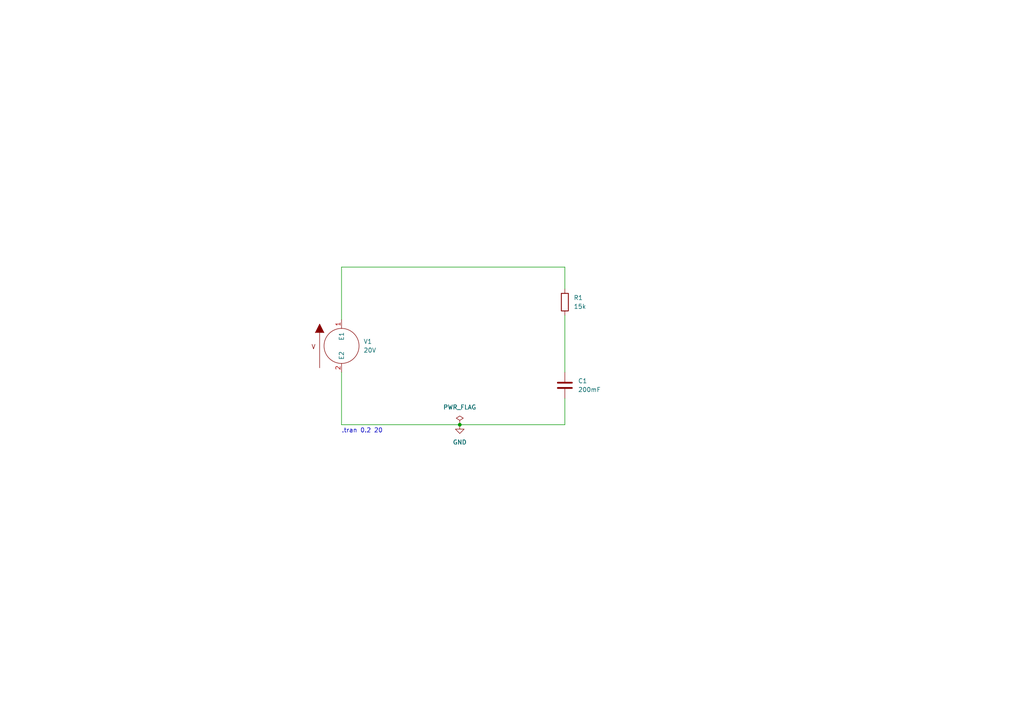
<source format=kicad_sch>
(kicad_sch (version 20211123) (generator eeschema)
  (paper "A4")
  (lib_symbols
    (symbol "Device:C" (pin_numbers hide) (pin_names (offset 0.254))
      (property "Reference" "C" (at 0.635 2.54 0))
      (property "Value" "C" (at 0.635 -2.54 0))
      (symbol "C_0_1"
        (polyline (pts (xy -2.032 -0.762) (xy 2.032 -0.762)) (stroke (width 0.508)))
        (polyline (pts (xy -2.032 0.762) (xy 2.032 0.762)) (stroke (width 0.508)))
      )
      (symbol "C_1_1"
        (pin passive line (at 0 3.81 270) (length 2.794) (name "~") (number "1"))
        (pin passive line (at 0 -3.81 90) (length 2.794) (name "~") (number "2"))
      )
    )
    (symbol "Device:R" (pin_numbers hide) (pin_names (offset 0))
      (property "Reference" "R" (at 2.032 0 90))
      (property "Value" "R" (at 0 0 90))
      (symbol "R_0_1"
        (rectangle (start -1.016 -2.54) (end 1.016 2.54) (stroke (width 0.254)))
      )
      (symbol "R_1_1"
        (pin passive line (at 0 3.81 270) (length 1.27) (name "~") (number "1"))
        (pin passive line (at 0 -3.81 90) (length 1.27) (name "~") (number "2"))
      )
    )
    (symbol "power:GND" (power) (pin_names (offset 0))
      (property "Value" "GND" (at 0 -3.81 0))
      (symbol "GND_0_1"
        (polyline (pts (xy 0 0) (xy 0 -1.27) (xy 1.27 -1.27) (xy 0 -2.54) (xy -1.27 -1.27) (xy 0 -1.27)))
      )
      (symbol "GND_1_1"
        (pin power_in line (at 0 0 270) (length 0) hide (name "GND") (number "1"))
      )
    )
    (symbol "power:PWR_FLAG" (power) (pin_numbers hide) (pin_names (offset 0) hide)
      (property "Value" "PWR_FLAG" (at 0 3.81 0))
      (symbol "PWR_FLAG_0_0"
        (pin power_out line (at 0 0 90) (length 0) (name "pwr") (number "1"))
      )
      (symbol "PWR_FLAG_0_1"
        (polyline (pts (xy 0 0) (xy 0 1.27) (xy -1.016 1.905) (xy 0 2.54) (xy 1.016 1.905) (xy 0 1.27)))
      )
    )
    (symbol "pspice:VSOURCE" (pin_names (offset 1.016))
      (property "Reference" "V" (at -6.35 7.62 0))
      (property "Value" "VSOURCE" (at 0 0 0))
      (symbol "VSOURCE_0_1"
        (polyline (pts (xy -6.35 -6.35) (xy -6.35 3.81)) (fill (type outline)))
        (polyline (pts (xy -7.62 3.81) (xy -6.35 6.35) (xy -5.08 3.81)) (fill (type outline)))
        (circle (center 0 0) (radius 5.08))
        (text "V" (at -8.128 -0.254 0) (effects (font (size 1.27 1.27))))
      )
      (symbol "VSOURCE_1_1"
        (pin input line (at 0 7.62 270) (length 2.54) (name "E1") (number "1"))
        (pin input line (at 0 -7.62 90) (length 2.54) (name "E2") (number "2"))
      )
    )
  )
  (junction (at 133.35 123.19))
  (wire (pts (xy 99.06 92.71) (xy 99.06 77.47)))
  (wire (pts (xy 99.06 107.95) (xy 99.06 123.19)))
  (wire (pts (xy 163.83 115.57) (xy 163.83 123.19)))
  (wire (pts (xy 163.83 77.47) (xy 163.83 83.82)))
  (wire (pts (xy 163.83 123.19) (xy 133.35 123.19)))
  (wire (pts (xy 163.83 91.44) (xy 163.83 107.95)))
  (wire (pts (xy 99.06 123.19) (xy 133.35 123.19)))
  (wire (pts (xy 99.06 77.47) (xy 163.83 77.47)))
  (text ".tran 0.2 20" (at 99.06 125.73 0) (effects (font (size 1.27 1.27)) (justify left bottom)))
  (symbol (lib_id "power:GND") (at 133.35 123.19 0) (unit 1)
    (property "Reference" "#PWR01" (effects hide))
    (property "Value" "GND" (at 133.35 128.27 0))
  )
  (symbol (lib_id "Device:R") (at 163.83 87.63 0) (unit 1)
    (property "Reference" "R1" (at 166.37 86.3599 0) (effects (justify left)))
    (property "Value" "15k" (at 166.37 88.8999 0) (effects (justify left)))
  )
  (symbol (lib_id "pspice:VSOURCE") (at 99.06 100.33 0) (unit 1)
    (property "Reference" "V1" (at 105.41 99.0599 0) (effects (justify left)))
    (property "Value" "20V" (at 105.41 101.5999 0) (effects (justify left)))
    (property "Spice_Primitive" "V" (effects hide))
    (property "Spice_Model" "pulse(0 15)" (effects hide))
    (property "Spice_Netlist_Enabled" "Y" (effects hide))
  )
  (symbol (lib_id "power:PWR_FLAG") (at 133.35 123.19 0) (unit 1)
    (property "Reference" "#FLG01" (effects hide))
    (property "Value" "PWR_FLAG" (at 133.35 118.11 0))
  )
  (symbol (lib_id "Device:C") (at 163.83 111.76 0) (unit 1)
    (property "Reference" "C1" (at 167.64 110.4899 0) (effects (justify left)))
    (property "Value" "200mF" (at 167.64 113.0299 0) (effects (justify left)))
  )
)
</source>
